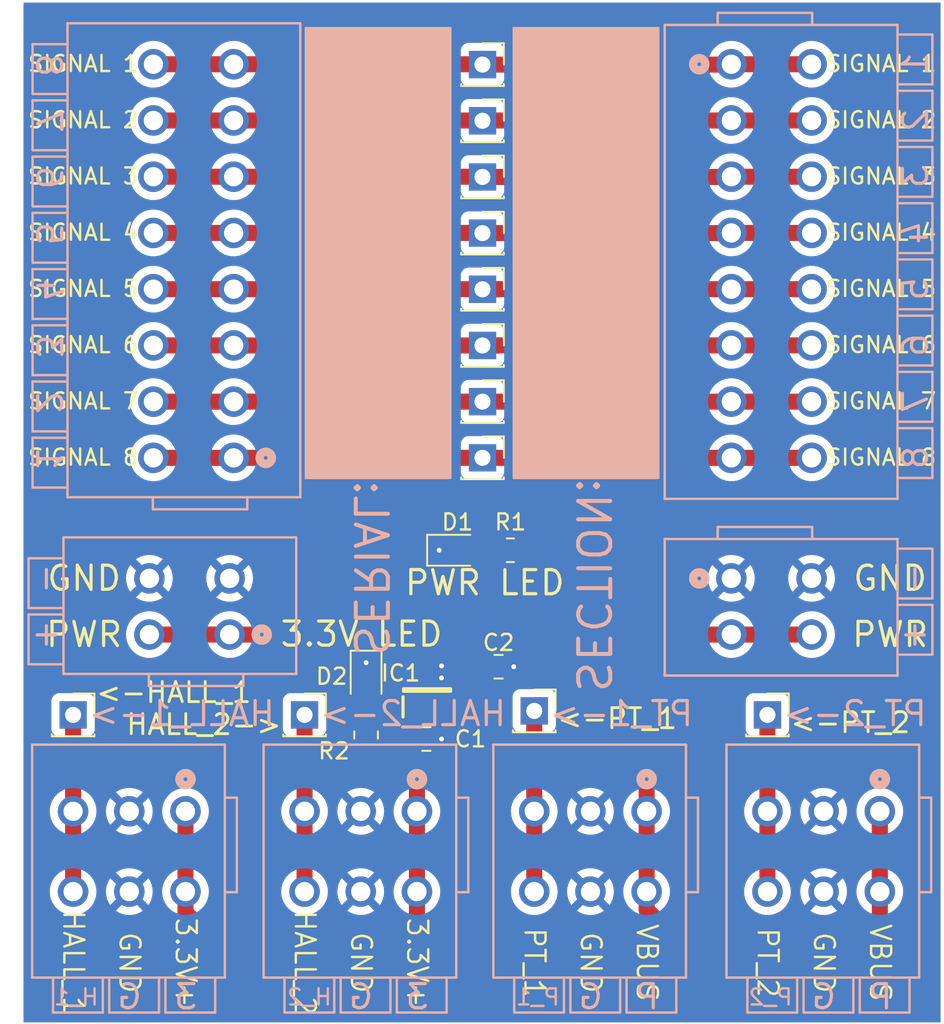
<source format=kicad_pcb>
(kicad_pcb (version 20240108) (generator "pcbnew") (generator_version "8.0")
  (layers (0 "F.Cu" signal) (31 "B.Cu" power) (34 "B.Paste" user) (35 "F.Paste" user) (36 "B.SilkS" user "B.Silkscreen") (37 "F.SilkS" user "F.Silkscreen") (38 "B.Mask" user) (39 "F.Mask" user) (44 "Edge.Cuts" user))
  (net 0 "")
  (net 1 "+3.3V")
  (net 2 "GND")
  (net 3 "VBUS")
  (net 4 "Net-(D1-A)")
  (net 5 "Net-(D2-A)")
  (net 6 "SIG_2")
  (net 7 "SIG_8")
  (net 8 "SIG_3")
  (net 9 "SIG_5")
  (net 10 "SIG_7")
  (net 11 "SIG_1")
  (net 12 "SIG_6")
  (net 13 "SIG_4")
  (net 14 "HALL_1_OUT")
  (net 15 "HALL_2_OUT")
  (net 16 "PT_1_OUT")
  (net 17 "PT_2_OUT")
  (footprint "Connector_PinSocket_2.54mm:PinSocket_1x01_P2.54mm_Vertical" (layer "F.Cu") (at 54 43.257142)
    (property "Reference" "J17" (hide yes))
    (property "Value" "SIG_5")
    (pad "1" thru_hole rect (at 0 0) (size 1.7 1.7) (drill 1) (layers "*.Cu" "*.Mask") (net 9 "SIG_5"))
  )
  (footprint "Connector_PinSocket_2.54mm:PinSocket_1x01_P2.54mm_Vertical" (layer "F.Cu") (at 54 53.746429)
    (property "Reference" "J20" (hide yes))
    (property "Value" "SIG_8")
    (pad "1" thru_hole rect (at 0 0) (size 1.7 1.7) (drill 1) (layers "*.Cu" "*.Mask") (net 7 "SIG_8"))
  )
  (footprint "Capacitor_SMD:C_0805_2012Metric" (layer "F.Cu") (at 50.5 71.25)
    (property "Reference" "C1" (at 2.75 0 0) (layer "F.SilkS"))
    (property "Value" "0.1uF")
    (pad "1" smd roundrect (at -0.95 0) (size 1 1.45) (layers "F.Cu" "F.Paste" "F.Mask") (net 1 "+3.3V"))
    (pad "2" smd roundrect (at 0.95 0) (size 1 1.45) (layers "F.Cu" "F.Paste" "F.Mask") (net 2 "GND"))
  )
  (footprint "Connector_PinSocket_2.54mm:PinSocket_1x01_P2.54mm_Vertical" (layer "F.Cu") (at 54 36.264284)
    (property "Reference" "J15" (hide yes))
    (property "Value" "SIG_3")
    (pad "1" thru_hole rect (at 0 0) (size 1.7 1.7) (drill 1) (layers "*.Cu" "*.Mask") (net 8 "SIG_3"))
  )
  (footprint "SDSU RP:RP_Logo" (layer "F.Cu") (at 60.6 37.4 90)
    (property "Reference" "G***" (hide yes))
    (property "Value" "LOGO" (hide yes))
  )
  (footprint "Connector_PinSocket_2.54mm:PinSocket_1x01_P2.54mm_Vertical" (layer "F.Cu") (at 54 39.760713)
    (property "Reference" "J16" (hide yes))
    (property "Value" "SIG_4")
    (pad "1" thru_hole rect (at 0 0) (size 1.7 1.7) (drill 1) (layers "*.Cu" "*.Mask") (net 13 "SIG_4"))
  )
  (footprint "Connector_PinSocket_2.54mm:PinSocket_1x01_P2.54mm_Vertical" (layer "F.Cu") (at 54 46.753571)
    (property "Reference" "J18" (hide yes))
    (property "Value" "SIG_6")
    (pad "1" thru_hole rect (at 0 0) (size 1.7 1.7) (drill 1) (layers "*.Cu" "*.Mask") (net 12 "SIG_6"))
  )
  (footprint "Connector_PinSocket_2.54mm:PinSocket_1x01_P2.54mm_Vertical" (layer "F.Cu") (at 54 32.767855)
    (property "Reference" "J14" (hide yes))
    (property "Value" "SIG_2")
    (pad "1" thru_hole rect (at 0 0) (size 1.7 1.7) (drill 1) (layers "*.Cu" "*.Mask") (net 6 "SIG_2"))
  )
  (footprint "Connector_PinSocket_2.54mm:PinSocket_1x01_P2.54mm_Vertical" (layer "F.Cu") (at 54 50.25)
    (property "Reference" "J19" (hide yes))
    (property "Value" "SIG_7")
    (pad "1" thru_hole rect (at 0 0) (size 1.7 1.7) (drill 1) (layers "*.Cu" "*.Mask") (net 10 "SIG_7"))
  )
  (footprint "Resistor_SMD:R_0805_2012Metric" (layer "F.Cu") (at 46.75 71 90)
    (property "Reference" "R2" (at -1 -2 180) (layer "F.SilkS"))
    (property "Value" "R")
    (pad "1" smd roundrect (at -0.9125 0 90) (size 1.025 1.4) (layers "F.Cu" "F.Paste" "F.Mask") (roundrect_rratio 0.243902) (net 1 "+3.3V"))
    (pad "2" smd roundrect (at 0.9125 0 90) (size 1.025 1.4) (layers "F.Cu" "F.Paste" "F.Mask") (roundrect_rratio 0.243902) (net 5 "Net-(D2-A)"))
  )
  (footprint "TLV76033DBZR:SOT95P237X112-3N" (layer "F.Cu") (at 50.55 68.2 90)
    (property "Reference" "IC1" (at 1.05 -1.65 180) (layer "F.SilkS"))
    (property "Value" "TLV76033DBZR" (hide yes))
    (pad "1" smd rect (at -1.05 -0.95 180) (size 0.6 1.25) (layers "F.Cu" "F.Paste" "F.Mask") (net 1 "+3.3V"))
    (pad "2" smd rect (at -1.05 0.95 180) (size 0.6 1.25) (layers "F.Cu" "F.Paste" "F.Mask") (net 3 "VBUS"))
    (pad "3" smd rect (at 1.05 0 180) (size 0.6 1.25) (layers "F.Cu" "F.Paste" "F.Mask") (net 2 "GND"))
  )
  (footprint "Resistor_SMD:R_0805_2012Metric" (layer "F.Cu") (at 55.7375 59.5 180)
    (property "Reference" "R1" (at 0 1.75 0) (layer "F.SilkS"))
    (property "Value" "R")
    (pad "1" smd roundrect (at -0.9125 0 180) (size 1.025 1.4) (layers "F.Cu" "F.Paste" "F.Mask") (roundrect_rratio 0.243902) (net 3 "VBUS"))
    (pad "2" smd roundrect (at 0.9125 0 180) (size 1.025 1.4) (layers "F.Cu" "F.Paste" "F.Mask") (roundrect_rratio 0.243902) (net 4 "Net-(D1-A)"))
  )
  (footprint "Connector_PinSocket_2.54mm:PinSocket_1x01_P2.54mm_Vertical" (layer "F.Cu") (at 42.916665 69.75)
    (property "Reference" "J10" (hide yes))
    (property "Value" "HALL_2_OUT")
    (pad "1" thru_hole rect (at 0 0) (size 1.7 1.7) (drill 1) (layers "*.Cu" "*.Mask") (net 15 "HALL_2_OUT"))
  )
  (footprint "Connector_PinSocket_2.54mm:PinSocket_1x01_P2.54mm_Vertical" (layer "F.Cu") (at 28.499999 69.75)
    (property "Reference" "J9" (hide yes))
    (property "Value" "HALL_1_OUT")
    (pad "1" thru_hole rect (at 0 0) (size 1.7 1.7) (drill 1) (layers "*.Cu" "*.Mask") (net 14 "HALL_1_OUT"))
  )
  (footprint "LED_SMD:LED_0805_2012Metric" (layer "F.Cu") (at 52.2375 59.5)
    (property "Reference" "D1" (at 0.2 -1.75 0) (layer "F.SilkS"))
    (property "Value" "RED")
    (pad "1" smd roundrect (at -0.9375 0) (size 0.975 1.4) (layers "F.Cu" "F.Paste" "F.Mask") (net 2 "GND"))
    (pad "2" smd roundrect (at 0.9375 0) (size 0.975 1.4) (layers "F.Cu" "F.Paste" "F.Mask") (net 4 "Net-(D1-A)"))
  )
  (footprint "Connector_PinSocket_2.54mm:PinSocket_1x01_P2.54mm_Vertical" (layer "F.Cu") (at 57.224999 69.5)
    (property "Reference" "J11" (hide yes))
    (property "Value" "PT_1_OUT")
    (pad "1" thru_hole rect (at 0 0) (size 1.7 1.7) (drill 1) (layers "*.Cu" "*.Mask") (net 16 "PT_1_OUT"))
  )
  (footprint "Capacitor_SMD:C_0805_2012Metric" (layer "F.Cu") (at 55 66.75)
    (property "Reference" "C2" (at 0 -1.5 180) (layer "F.SilkS"))
    (property "Value" "0.1uF")
    (pad "1" smd roundrect (at -0.95 0) (size 1 1.45) (layers "F.Cu" "F.Paste" "F.Mask") (net 3 "VBUS"))
    (pad "2" smd roundrect (at 0.95 0) (size 1 1.45) (layers "F.Cu" "F.Paste" "F.Mask") (net 2 "GND"))
  )
  (footprint "Connector_PinSocket_2.54mm:PinSocket_1x01_P2.54mm_Vertical" (layer "F.Cu") (at 71.749999 69.75)
    (property "Reference" "J12" (hide yes))
    (property "Value" "PT_2_OUT")
    (pad "1" thru_hole rect (at 0 0) (size 1.7 1.7) (drill 1) (layers "*.Cu" "*.Mask") (net 17 "PT_2_OUT"))
  )
  (footprint "Connector_PinSocket_2.54mm:PinSocket_1x01_P2.54mm_Vertical" (layer "F.Cu") (at 54 29.271426)
    (property "Reference" "J13" (hide yes))
    (property "Value" "SIG_1")
    (pad "1" thru_hole rect (at 0 0) (size 1.7 1.7) (drill 1) (layers "*.Cu" "*.Mask") (net 11 "SIG_1"))
  )
  (footprint "LED_SMD:LED_0805_2012Metric" (layer "F.Cu") (at 46.75 67.4375 -90)
    (property "Reference" "D2" (at -0.0875 2.15 180) (layer "F.SilkS"))
    (property "Value" "RED")
    (pad "1" smd roundrect (at -0.9375 0 270) (size 0.975 1.4) (layers "F.Cu" "F.Paste" "F.Mask") (net 2 "GND"))
    (pad "2" smd roundrect (at 0.9375 0 270) (size 0.975 1.4) (layers "F.Cu" "F.Paste" "F.Mask") (net 5 "Net-(D2-A)"))
  )
  (footprint "Wago_2601_1108:CONN8_2601-1108_WAG" (layer "B.Cu") (at 69.5 29.249998 -90)
    (property "Reference" "J4" (hide yes))
    (property "Value" "SIGNAL_IN")
    (pad "1" thru_hole circle (at 0 0 270) (size 1.9 1.9) (drill 1.2) (layers "*.Cu" "*.Mask") (net 11 "SIG_1"))
    (pad "2" thru_hole circle (at 0 -5 270) (size 1.9 1.9) (drill 1.2) (layers "*.Cu" "*.Mask") (net 11 "SIG_1"))
    (pad "3" thru_hole circle (at 3.500001 0 270) (size 1.9 1.9) (drill 1.2) (layers "*.Cu" "*.Mask") (net 6 "SIG_2"))
    (pad "4" thru_hole circle (at 3.500001 -5 270) (size 1.9 1.9) (drill 1.2) (layers "*.Cu" "*.Mask") (net 6 "SIG_2"))
    (pad "5" thru_hole circle (at 7.000002 0 270) (size 1.9 1.9) (drill 1.2) (layers "*.Cu" "*.Mask") (net 8 "SIG_3"))
    (pad "6" thru_hole circle (at 7.000002 -5 270) (size 1.9 1.9) (drill 1.2) (layers "*.Cu" "*.Mask") (net 8 "SIG_3"))
    (pad "7" thru_hole circle (at 10.500002 0 270) (size 1.9 1.9) (drill 1.2) (layers "*.Cu" "*.Mask") (net 13 "SIG_4"))
    (pad "8" thru_hole circle (at 10.500002 -5 270) (size 1.9 1.9) (drill 1.2) (layers "*.Cu" "*.Mask") (net 13 "SIG_4"))
    (pad "9" thru_hole circle (at 14.000003 0 270) (size 1.9 1.9) (drill 1.2) (layers "*.Cu" "*.Mask") (net 9 "SIG_5"))
    (pad "10" thru_hole circle (at 14.000003 -5 270) (size 1.9 1.9) (drill 1.2) (layers "*.Cu" "*.Mask") (net 9 "SIG_5"))
    (pad "11" thru_hole circle (at 17.500003 0 270) (size 1.9 1.9) (drill 1.2) (layers "*.Cu" "*.Mask") (net 12 "SIG_6"))
    (pad "12" thru_hole circle (at 17.500003 -5 270) (size 1.9 1.9) (drill 1.2) (layers "*.Cu" "*.Mask") (net 12 "SIG_6"))
    (pad "13" thru_hole circle (at 21.000004 0 270) (size 1.9 1.9) (drill 1.2) (layers "*.Cu" "*.Mask") (net 10 "SIG_7"))
    (pad "14" thru_hole circle (at 21.000004 -5 270) (size 1.9 1.9) (drill 1.2) (layers "*.Cu" "*.Mask") (net 10 "SIG_7"))
    (pad "15" thru_hole circle (at 24.500005 0 270) (size 1.9 1.9) (drill 1.2) (layers "*.Cu" "*.Mask") (net 7 "SIG_8"))
    (pad "16" thru_hole circle (at 24.500005 -5 270) (size 1.9 1.9) (drill 1.2) (layers "*.Cu" "*.Mask") (net 7 "SIG_8"))
  )
  (footprint "Wago_2601_1103:CONN3_2601-1103_WAG" (layer "B.Cu") (at 49.916666 75.75 180)
    (property "Reference" "J6" (hide yes))
    (property "Value" "HALL_2")
    (pad "1" thru_hole circle (at 0 0 180) (size 1.9 1.9) (drill 1.2) (layers "*.Cu" "*.Mask") (net 1 "+3.3V"))
    (pad "2" thru_hole circle (at 0 -5 180) (size 1.9 1.9) (drill 1.2) (layers "*.Cu" "*.Mask") (net 1 "+3.3V"))
    (pad "3" thru_hole circle (at 3.5 0 180) (size 1.9 1.9) (drill 1.2) (layers "*.Cu" "*.Mask") (net 2 "GND"))
    (pad "4" thru_hole circle (at 3.5 -5 180) (size 1.9 1.9) (drill 1.2) (layers "*.Cu" "*.Mask") (net 2 "GND"))
    (pad "5" thru_hole circle (at 7.000001 0 180) (size 1.9 1.9) (drill 1.2) (layers "*.Cu" "*.Mask") (net 15 "HALL_2_OUT"))
    (pad "6" thru_hole circle (at 7.000001 -5 180) (size 1.9 1.9) (drill 1.2) (layers "*.Cu" "*.Mask") (net 15 "HALL_2_OUT"))
  )
  (footprint "Wago_2601_1108:CONN8_2601-1108_WAG" (layer "B.Cu") (at 38.5 53.750005 90)
    (property "Reference" "J3" (hide yes))
    (property "Value" "SIGNAL_OUT")
    (pad "1" thru_hole circle (at 0 0 90) (size 1.9 1.9) (drill 1.2) (layers "*.Cu" "*.Mask") (net 7 "SIG_8"))
    (pad "2" thru_hole circle (at 0 -5 90) (size 1.9 1.9) (drill 1.2) (layers "*.Cu" "*.Mask") (net 7 "SIG_8"))
    (pad "3" thru_hole circle (at 3.500001 0 90) (size 1.9 1.9) (drill 1.2) (layers "*.Cu" "*.Mask") (net 10 "SIG_7"))
    (pad "4" thru_hole circle (at 3.500001 -5 90) (size 1.9 1.9) (drill 1.2) (layers "*.Cu" "*.Mask") (net 10 "SIG_7"))
    (pad "5" thru_hole circle (at 7.000002 0 90) (size 1.9 1.9) (drill 1.2) (layers "*.Cu" "*.Mask") (net 12 "SIG_6"))
    (pad "6" thru_hole circle (at 7.000002 -5 90) (size 1.9 1.9) (drill 1.2) (layers "*.Cu" "*.Mask") (net 12 "SIG_6"))
    (pad "7" thru_hole circle (at 10.500002 0 90) (size 1.9 1.9) (drill 1.2) (layers "*.Cu" "*.Mask") (net 9 "SIG_5"))
    (pad "8" thru_hole circle (at 10.500002 -5 90) (size 1.9 1.9) (drill 1.2) (layers "*.Cu" "*.Mask") (net 9 "SIG_5"))
    (pad "9" thru_hole circle (at 14.000003 0 90) (size 1.9 1.9) (drill 1.2) (layers "*.Cu" "*.Mask") (net 13 "SIG_4"))
    (pad "10" thru_hole circle (at 14.000003 -5 90) (size 1.9 1.9) (drill 1.2) (layers "*.Cu" "*.Mask") (net 13 "SIG_4"))
    (pad "11" thru_hole circle (at 17.500003 0 90) (size 1.9 1.9) (drill 1.2) (layers "*.Cu" "*.Mask") (net 8 "SIG_3"))
    (pad "12" thru_hole circle (at 17.500003 -5 90) (size 1.9 1.9) (drill 1.2) (layers "*.Cu" "*.Mask") (net 8 "SIG_3"))
    (pad "13" thru_hole circle (at 21.000004 0 90) (size 1.9 1.9) (drill 1.2) (layers "*.Cu" "*.Mask") (net 6 "SIG_2"))
    (pad "14" thru_hole circle (at 21.000004 -5 90) (size 1.9 1.9) (drill 1.2) (layers "*.Cu" "*.Mask") (net 6 "SIG_2"))
    (pad "15" thru_hole circle (at 24.500005 0 90) (size 1.9 1.9) (drill 1.2) (layers "*.Cu" "*.Mask") (net 11 "SIG_1"))
    (pad "16" thru_hole circle (at 24.500005 -5 90) (size 1.9 1.9) (drill 1.2) (layers "*.Cu" "*.Mask") (net 11 "SIG_1"))
  )
  (footprint "Wago_2601_1103:CONN3_2601-1103_WAG" (layer "B.Cu") (at 35.5 75.75 180)
    (property "Reference" "J5" (hide yes))
    (property "Value" "HALL_1")
    (pad "1" thru_hole circle (at 0 0 180) (size 1.9 1.9) (drill 1.2) (layers "*.Cu" "*.Mask") (net 1 "+3.3V"))
    (pad "2" thru_hole circle (at 0 -5 180) (size 1.9 1.9) (drill 1.2) (layers "*.Cu" "*.Mask") (net 1 "+3.3V"))
    (pad "3" thru_hole circle (at 3.5 0 180) (size 1.9 1.9) (drill 1.2) (layers "*.Cu" "*.Mask") (net 2 "GND"))
    (pad "4" thru_hole circle (at 3.5 -5 180) (size 1.9 1.9) (drill 1.2) (layers "*.Cu" "*.Mask") (net 2 "GND"))
    (pad "5" thru_hole circle (at 7.000001 0 180) (size 1.9 1.9) (drill 1.2) (layers "*.Cu" "*.Mask") (net 14 "HALL_1_OUT"))
    (pad "6" thru_hole circle (at 7.000001 -5 180) (size 1.9 1.9) (drill 1.2) (layers "*.Cu" "*.Mask") (net 14 "HALL_1_OUT"))
  )
  (footprint "Wago_2601_1102:CONN2_2601-1102_WAG" (layer "B.Cu") (at 69.5 61.249998 -90)
    (property "Reference" "J2" (hide yes))
    (property "Value" "PWR OUT")
    (pad "1" thru_hole circle (at 0 0 270) (size 1.9 1.9) (drill 1.2) (layers "*.Cu" "*.Mask") (net 2 "GND"))
    (pad "2" thru_hole circle (at 0 -5 270) (size 1.9 1.9) (drill 1.2) (layers "*.Cu" "*.Mask") (net 2 "GND"))
    (pad "3" thru_hole circle (at 3.5 0 270) (size 1.9 1.9) (drill 1.2) (layers "*.Cu" "*.Mask") (net 3 "VBUS"))
    (pad "4" thru_hole circle (at 3.5 -5 270) (size 1.9 1.9) (drill 1.2) (layers "*.Cu" "*.Mask") (net 3 "VBUS"))
  )
  (footprint "Wago_2601_1102:CONN2_2601-1102_WAG" (layer "B.Cu") (at 38.25 64.75 90)
    (property "Reference" "J1" (hide yes))
    (property "Value" "PWR IN")
    (pad "1" thru_hole circle (at 0 0 90) (size 1.9 1.9) (drill 1.2) (layers "*.Cu" "*.Mask") (net 3 "VBUS"))
    (pad "2" thru_hole circle (at 0 -5 90) (size 1.9 1.9) (drill 1.2) (layers "*.Cu" "*.Mask") (net 3 "VBUS"))
    (pad "3" thru_hole circle (at 3.5 0 90) (size 1.9 1.9) (drill 1.2) (layers "*.Cu" "*.Mask") (net 2 "GND"))
    (pad "4" thru_hole circle (at 3.5 -5 90) (size 1.9 1.9) (drill 1.2) (layers "*.Cu" "*.Mask") (net 2 "GND"))
  )
  (footprint "Wago_2601_1103:CONN3_2601-1103_WAG" (layer "B.Cu") (at 64.225 75.75 180)
    (property "Reference" "J7" (hide yes))
    (property "Value" "PT_1")
    (pad "1" thru_hole circle (at 0 0 180) (size 1.9 1.9) (drill 1.2) (layers "*.Cu" "*.Mask") (net 3 "VBUS"))
    (pad "2" thru_hole circle (at 0 -5 180) (size 1.9 1.9) (drill 1.2) (layers "*.Cu" "*.Mask") (net 3 "VBUS"))
    (pad "3" thru_hole circle (at 3.5 0 180) (size 1.9 1.9) (drill 1.2) (layers "*.Cu" "*.Mask") (net 2 "GND"))
    (pad "4" thru_hole circle (at 3.5 -5 180) (size 1.9 1.9) (drill 1.2) (layers "*.Cu" "*.Mask") (net 2 "GND"))
    (pad "5" thru_hole circle (at 7.000001 0 180) (size 1.9 1.9) (drill 1.2) (layers "*.Cu" "*.Mask") (net 16 "PT_1_OUT"))
    (pad "6" thru_hole circle (at 7.000001 -5 180) (size 1.9 1.9) (drill 1.2) (layers "*.Cu" "*.Mask") (net 16 "PT_1_OUT"))
  )
  (footprint "Wago_2601_1103:CONN3_2601-1103_WAG" (layer "B.Cu") (at 78.75 75.75 180)
    (property "Reference" "J8" (hide yes))
    (property "Value" "PT_2")
    (pad "1" thru_hole circle (at 0 0 180) (size 1.9 1.9) (drill 1.2) (layers "*.Cu" "*.Mask") (net 3 "VBUS"))
    (pad "2" thru_hole circle (at 0 -5 180) (size 1.9 1.9) (drill 1.2) (layers "*.Cu" "*.Mask") (net 3 "VBUS"))
    (pad "3" thru_hole circle (at 3.5 0 180) (size 1.9 1.9) (drill 1.2) (layers "*.Cu" "*.Mask") (net 2 "GND"))
    (pad "4" thru_hole circle (at 3.5 -5 180) (size 1.9 1.9) (drill 1.2) (layers "*.Cu" "*.Mask") (net 2 "GND"))
    (pad "5" thru_hole circle (at 7.000001 0 180) (size 1.9 1.9) (drill 1.2) (layers "*.Cu" "*.Mask") (net 17 "PT_2_OUT"))
    (pad "6" thru_hole circle (at 7.000001 -5 180) (size 1.9 1.9) (drill 1.2) (layers "*.Cu" "*.Mask") (net 17 "PT_2_OUT"))
  )
  (gr_rect (start 55.95 27) (end 64.95 55) (stroke (width 0.15)) (fill solid) (layer "B.SilkS"))
  (gr_rect (start 43 27) (end 52 55) (stroke (width 0.15)) (fill solid) (layer "B.SilkS"))
  (gr_line (start 25.4 25.4) (end 82.55 25.4) (stroke (width 0.05)) (layer "Edge.Cuts"))
  (gr_line (start 82.55 25.4) (end 82.55 88.9) (stroke (width 0.05)) (layer "Edge.Cuts"))
  (gr_line (start 25.4 88.9) (end 82.55 88.9) (stroke (width 0.05)) (layer "Edge.Cuts"))
  (gr_line (start 25.4 25.4) (end 25.4 88.9) (stroke (width 0.05)) (layer "Edge.Cuts"))
  (gr_text "G" (at 47.316666 88.16975 0) (layer "B.SilkS") (effects (font (size 1.5 1.5) (thickness 0.2)) (justify left bottom mirror)))
  (gr_text "G" (at 76.15 88.16975 0) (layer "B.SilkS") (effects (font (size 1.5 1.5) (thickness 0.2)) (justify left bottom mirror)))
  (gr_text "7" (at 81.85 49.385713 90) (layer "B.SilkS") (effects (font (size 1.5 1.5) (thickness 0.2)) (justify left bottom mirror)))
  (gr_text "SERIAL:" (at 45.85 66.25 -90) (layer "B.SilkS") (effects (font (size 2 2) (thickness 0.25)) (justify left bottom mirror)))
  (gr_text "P" (at 79.65 88.16975 0) (layer "B.SilkS") (effects (font (size 1.5 1.5) (thickness 0.2)) (justify left bottom mirror)))
  (gr_text "HALL_1->" (at 29.35 70.55 0) (layer "B.SilkS") (effects (font (size 1.5 1.5) (thickness 0.2)) (justify right bottom mirror)))
  (gr_text "+" (at 81.7 65.82857 90) (layer "B.SilkS") (effects (font (size 1.5 1.5) (thickness 0.2)) (justify left bottom)))
  (gr_text "P" (at 65.125 88.16975 0) (layer "B.SilkS") (effects (font (size 1.5 1.5) (thickness 0.2)) (justify left bottom mirror)))
  (gr_text "P_2" (at 73.4 87.9 0) (layer "B.SilkS") (effects (font (size 1 1)) (justify left bottom mirror)))
  (gr_text "6" (at 81.85 45.885713 90) (layer "B.SilkS") (effects (font (size 1.5 1.5) (thickness 0.2)) (justify left bottom mirror)))
  (gr_text "+" (at 27.6 65.828572 90) (layer "B.SilkS") (effects (font (size 1.5 1.5) (thickness 0.2)) (justify left bottom)))
  (gr_text "1" (at 81.85 28.385713 90) (layer "B.SilkS") (effects (font (size 1.5 1.5) (thickness 0.2)) (justify left bottom mirror)))
  (gr_text "3" (at 50.780952 88.16975 0) (layer "B.SilkS") (effects (font (size 1.5 1.5) (thickness 0.2)) (justify left bottom mirror)))
  (gr_text "HALL_2->" (at 43.75 70.55 0) (layer "B.SilkS") (effects (font (size 1.5 1.5) (thickness 0.2)) (justify right bottom mirror)))
  (gr_text "H_1" (at 30.175 87.9 0) (layer "B.SilkS") (effects (font (size 1 1)) (justify left bottom mirror)))
  (gr_text "2" (at 26.1 51.15 -90) (layer "B.SilkS") (effects (font (size 1.5 1.5) (thickness 0.2)) (justify left bottom mirror)))
  (gr_text "4" (at 81.85 38.885713 90) (layer "B.SilkS") (effects (font (size 1.5 1.5) (thickness 0.2)) (justify left bottom mirror)))
  (gr_text "H_2" (at 44.7 87.9 0) (layer "B.SilkS") (effects (font (size 1 1)) (justify left bottom mirror)))
  (gr_text "PT_2->" (at 72.6 70.55 0) (layer "B.SilkS") (effects (font (size 1.5 1.5) (thickness 0.2)) (justify right bottom mirror)))
  (gr_text "1" (at 26.1 54.650005 -90) (layer "B.SilkS") (effects (font (size 1.5 1.5) (thickness 0.2)) (justify left bottom mirror)))
  (gr_text "7" (at 26.1 33.65 -90) (layer "B.SilkS") (effects (font (size 1.5 1.5) (thickness 0.2)) (justify left bottom mirror)))
  (gr_text "5" (at 81.85 42.385713 90) (layer "B.SilkS") (effects (font (size 1.5 1.5) (thickness 0.2)) (justify left bottom mirror)))
  (gr_text "8" (at 81.85 52.885718 90) (layer "B.SilkS") (effects (font (size 1.5 1.5) (thickness 0.2)) (justify left bottom mirror)))
  (gr_text "P_1" (at 58.9 87.9 0) (layer "B.SilkS") (effects (font (size 1 1)) (justify left bottom mirror)))
  (gr_text "G" (at 61.625 88.16975 0) (layer "B.SilkS") (effects (font (size 1.5 1.5) (thickness 0.2)) (justify left bottom mirror)))
  (gr_text "PT_1->" (at 58.05 70.55 0) (layer "B.SilkS") (effects (font (size 1.5 1.5) (thickness 0.2)) (justify right bottom mirror)))
  (gr_text "4" (at 26.1 44.15 -90) (layer "B.SilkS") (effects (font (size 1.5 1.5) (thickness 0.2)) (justify left bottom mirror)))
  (gr_text "6" (at 26.1 37.15 -90) (layer "B.SilkS") (effects (font (size 1.5 1.5) (thickness 0.2)) (justify left bottom mirror)))
  (gr_text "G" (at 32.9 88.16975 0) (layer "B.SilkS") (effects (font (size 1.5 1.5) (thickness 0.2)) (justify left bottom mirror)))
  (gr_text "-" (at 27.6 62.328572 90) (layer "B.SilkS") (effects (font (size 1.5 1.5) (thickness 0.2)) (justify left bottom)))
  (gr_text "-" (at 81.7 62.3 90) (layer "B.SilkS") (effects (font (size 1.5 1.5) (thickness 0.2)) (justify left bottom)))
  (gr_text "2" (at 81.85 31.885713 90) (layer "B.SilkS") (effects (font (size 1.5 1.5) (thickness 0.2)) (justify left bottom mirror)))
  (gr_text "3" (at 26.1 47.65 -90) (layer "B.SilkS") (effects (font (size 1.5 1.5) (thickness 0.2)) (justify left bottom mirror)))
  (gr_text "3" (at 81.85 35.385713 90) (layer "B.SilkS") (effects (font (size 1.5 1.5) (thickness 0.2)) (justify left bottom mirror)))
  (gr_text "5" (at 26.1 40.65 -90) (layer "B.SilkS") (effects (font (size 1.5 1.5) (thickness 0.2)) (justify left bottom mirror)))
  (gr_text "8" (at 26.1 30.15 -90) (layer "B.SilkS") (effects (font (size 1.5 1.5) (thickness 0.2)) (justify left bottom mirror)))
  (gr_text "SECTION:" (at 59.7 68.5 270) (layer "B.SilkS") (effects (font (size 2 2) (thickness 0.25)) (justify left bottom mirror)))
  (gr_text "3" (at 36.364286 88.16975 0) (layer "B.SilkS") (effects (font (size 1.5 1.5) (thickness 0.2)) (justify left bottom mirror)))
  (gr_text "GND" (at 74.5445 83.169048 270) (layer "F.SilkS") (effects (font (size 1.25 1.25)) (justify left bottom)))
  (gr_text "HALL_2->" (at 41.586665 71.08 0) (layer "F.SilkS") (effects (font (size 1.25 1.25) (thickness 0.175)) (justify right bottom)))
  (gr_text "PWR LED" (at 49.05 62.4 0) (layer "F.SilkS") (effects (font (size 1.5 1.5) (thickness 0.2)) (justify left bottom)))
  (gr_text "SIGNAL 4" (at 75.3 40.3 0) (layer "F.SilkS") (effects (font (size 1 1)) (justify left bottom)))
  (gr_text "SIGNAL 8" (at 44.7 54.300005 0) (layer "F.SilkS") (effects (font (size 1 1)) (justify left bottom)))
  (gr_text "SIGNAL 3" (at 44.7 36.8 0) (layer "F.SilkS") (effects (font (size 1 1)) (justify left bottom)))
  (gr_text "PT_1" (at 56.519499 82.901191 270) (layer "F.SilkS") (effects (font (size 1.25 1.25)) (justify left bottom)))
  (gr_text "SIGNAL 6" (at 75.3 47.3 0) (layer "F.SilkS") (effects (font (size 1 1)) (justify left bottom)))
  (gr_text "SIGNAL 1" (at 44.7 29.8 0) (layer "F.SilkS") (effects (font (size 1 1)) (justify left bottom)))
  (gr_text "SIGNAL 7" (at 25.6 50.8 0) (layer "F.SilkS") (effects (font (size 1 1)) (justify left bottom)))
  (gr_text "PT_2" (at 71.044499 82.901191 270) (layer "F.SilkS") (effects (font (size 1.25 1.25)) (justify left bottom)))
  (gr_text "<-PT_1" (at 58.554999 70.71 0) (layer "F.SilkS") (effects (font (size 1.25 1.25) (thickness 0.175)) (justify left bottom)))
  (gr_text "SIGNAL 2" (at 44.7 33.3 0) (layer "F.SilkS") (effects (font (size 1 1)) (justify left bottom)))
  (gr_text "SIGNAL 6" (at 25.6 47.3 0) (layer "F.SilkS") (effects (font (size 1 1)) (justify left bottom)))
  (gr_text "SIGNAL 7" (at 75.3 50.8 0) (layer "F.SilkS") (effects (font (size 1 1)) (justify left bottom)))
  (gr_text "SIGNAL 6" (at 44.7 47.3 0) (layer "F.SilkS") (effects (font (size 1 1)) (justify left bottom)))
  (gr_text "HALL_1" (at 27.794499 81.8 270) (layer "F.SilkS") (effects (font (size 1.25 1.25)) (justify left bottom)))
  (gr_text "3.3V+" (at 49.211166 82.276191 270) (layer "F.SilkS") (effects (font (size 1.25 1.25)) (justify left bottom)))
  (gr_text "VBUS" (at 63.5195 82.663096 270) (layer "F.SilkS") (effects (font (size 1.25 1.25)) (justify left bottom)))
  (gr_text "<-PT_2" (at 73.079999 70.96 0) (layer "F.SilkS") (effects (font (size 1.25 1.25) (thickness 0.175)) (justify left bottom)))
  (gr_text "SIGNAL 8" (at 75.3 54.300005 0) (layer "F.SilkS") (effects (font (size 1 1)) (justify left bottom)))
  (gr_text "GND" (at 45.711166 83.169048 270) (layer "F.SilkS") (effects (font (size 1.25 1.25)) (justify left bottom)))
  (gr_text "GND" (at 26.771429 62.1215 0) (layer "F.SilkS") (effects (font (size 1.5 1.5) (thickness 0.2)) (justify left bottom)))
  (gr_text "SIGNAL 4" (at 44.7 40.3 0) (layer "F.SilkS") (effects (font (size 1 1)) (justify left bottom)))
  (gr_text "SIGNAL 2" (at 75.3 33.3 0) (layer "F.SilkS") (effects (font (size 1 1)) (justify left bottom)))
  (gr_text "SIGNAL 5" (at 44.7 43.8 0) (layer "F.SilkS") (effects (font (size 1 1)) (justify left bottom)))
  (gr_text "<-HALL_1" (at 29.829999 69.085 0) (layer "F.SilkS") (effects (font (size 1.25 1.25) (thickness 0.175)) (justify left bottom)))
  (gr_text "SIGNAL 1" (at 25.6 29.8 0) (layer "F.SilkS") (effects (font (size 1 1)) (justify left bottom)))
  (gr_text "SIGNAL 5" (at 25.6 43.8 0) (layer "F.SilkS") (effects (font (size 1 1)) (justify left bottom)))
  (gr_text "SIGNAL 3" (at 25.6 36.8 0) (layer "F.SilkS") (effects (font (size 1 1)) (justify left bottom)))
  (gr_text "VBUS" (at 78.0445 82.663096 270) (layer "F.SilkS") (effects (font (size 1.25 1.25)) (justify left bottom)))
  (gr_text "HALL_2" (at 42.211165 81.8 270) (layer "F.SilkS") (effects (font (size 1.25 1.25)) (justify left bottom)))
  (gr_text "3.3V LED" (at 41.3 65.6 0) (layer "F.SilkS") (effects (font (size 1.5 1.5) (thickness 0.2)) (justify left bottom)))
  (gr_text "SIGNAL 8" (at 25.6 54.300005 0) (layer "F.SilkS") (effects (font (size 1 1)) (justify left bottom)))
  (gr_text "SIGNAL 4" (at 25.6 40.3 0) (layer "F.SilkS") (effects (font (size 1 1)) (justify left bottom)))
  (gr_text "SIGNAL 3" (at 75.3 36.8 0) (layer "F.SilkS") (effects (font (size 1 1)) (justify left bottom)))
  (gr_text "GND" (at 76.97381 62.121498 0) (layer "F.SilkS") (effects (font (size 1.5 1.5) (thickness 0.2)) (justify left bottom)))
  (gr_text "SIGNAL 5" (at 75.3 43.8 0) (layer "F.SilkS") (effects (font (size 1 1)) (justify left bottom)))
  (gr_text "SIGNAL 2" (at 25.6 33.3 0) (layer "F.SilkS") (effects (font (size 1 1)) (justify left bottom)))
  (gr_text "SIGNAL 1" (at 75.3 29.8 0) (layer "F.SilkS") (effects (font (size 1 1)) (justify left bottom)))
  (gr_text "PWR" (at 26.7 65.6215 0) (layer "F.SilkS") (effects (font (size 1.5 1.5) (thickness 0.2)) (justify left bottom)))
  (gr_text "GND" (at 31.2945 83.169048 270) (layer "F.SilkS") (effects (font (size 1.25 1.25)) (justify left bottom)))
  (gr_text "PWR" (at 76.902381 65.621498 0) (layer "F.SilkS") (effects (font (size 1.5 1.5) (thickness 0.2)) (justify left bottom)))
  (gr_text "3.3V+" (at 34.7945 82.276191 270) (layer "F.SilkS") (effects (font (size 1.25 1.25)) (justify left bottom)))
  (gr_text "GND" (at 60.0195 83.169048 270) (layer "F.SilkS") (effects (font (size 1.25 1.25)) (justify left bottom)))
  (gr_text "SIGNAL 7" (at 44.7 50.8 0) (layer "F.SilkS") (effects (font (size 1 1)) (justify left bottom)))
  (segment (start 49.916666 75.75) (end 49.916666 80.75) (width 1) (layer "F.Cu") (net 1))
  (segment (start 35.5 75.75) (end 35.5 80.75) (width 1) (layer "F.Cu") (net 1))
  (segment (start 49.916666 82.583334) (end 48.45 84.05) (width 1) (layer "F.Cu") (net 1))
  (segment (start 49.6 71.4) (end 49.0875 71.9125) (width 1) (layer "F.Cu") (net 1))
  (segment (start 48.45 84.05) (end 37.5 84.05) (width 1) (layer "F.Cu") (net 1))
  (segment (start 49.916666 72.741666) (end 49.0875 71.9125) (width 1) (layer "F.Cu") (net 1))
  (segment (start 49.0875 71.9125) (end 46.75 71.9125) (width 1) (layer "F.Cu") (net 1))
  (segment (start 35.5 82.05) (end 35.5 80.75) (width 1) (layer "F.Cu") (net 1))
  (segment (start 49.6 69.25) (end 49.6 71.4) (width 1) (layer "F.Cu") (net 1))
  (segment (start 49.916666 80.75) (end 49.916666 82.583334) (width 1) (layer "F.Cu") (net 1))
  (segment (start 49.916666 75.75) (end 49.916666 72.741666) (width 1) (layer "F.Cu") (net 1))
  (segment (start 37.5 84.05) (end 35.5 82.05) (width 1) (layer "F.Cu") (net 1))
  (segment (start 46.75 75.416666) (end 46.416666 75.75) (width 1) (layer "F.Cu") (net 2))
  (via (at 51.45 67.45) (size 0.7) (drill 0.3) (layers "F.Cu" "B.Cu") (net 2))
  (via (at 51.45 66.7) (size 0.7) (drill 0.3) (layers "F.Cu" "B.Cu") (net 2))
  (via (at 55.95 66.75) (size 0.7) (drill 0.3) (layers "F.Cu" "B.Cu") (net 2))
  (via (at 51.45 71.25) (size 0.7) (drill 0.3) (layers "F.Cu" "B.Cu") (net 2))
  (via (at 46.75 66.5) (size 0.7) (drill 0.3) (layers "F.Cu" "B.Cu") (net 2))
  (via (at 51.3 59.5) (size 0.7) (drill 0.3) (layers "F.Cu" "B.Cu") (net 2))
  (segment (start 33.25 64.75) (end 38.25 64.75) (width 1) (layer "F.Cu") (net 3))
  (segment (start 38.750002 64.749998) (end 54 64.749998) (width 1) (layer "F.Cu") (net 3))
  (segment (start 38.75 64.75) (end 38.750002 64.749998) (width 1) (layer "F.Cu") (net 3))
  (segment (start 64.225 80.75) (end 64.225 75.75) (width 1) (layer "F.Cu") (net 3))
  (segment (start 58.25 60.25) (end 58.25 64.749998) (width 0.5) (layer "F.Cu") (net 3))
  (segment (start 78.75 75.75) (end 78.75 80.75) (width 1) (layer "F.Cu") (net 3))
  (segment (start 51.5 69.25) (end 53.25 69.25) (width 0.5) (layer "F.Cu") (net 3))
  (segment (start 54 68.5) (end 54 64.749998) (width 0.5) (layer "F.Cu") (net 3))
  (segment (start 78.75 75.75) (end 78.75 82.45) (width 1) (layer "F.Cu") (net 3))
  (segment (start 63.5 64.749998) (end 69.5 64.749998) (width 1) (layer "F.Cu") (net 3))
  (segment (start 64.225 81.875) (end 64.225 80.75) (width 1) (layer "F.Cu") (net 3))
  (segment (start 58.25 64.749998) (end 62.1 64.749998) (width 1) (layer "F.Cu") (net 3))
  (segment (start 62.1 64.749998) (end 63.5 64.749998) (width 1) (layer "F.Cu") (net 3))
  (segment (start 64.225 75.75) (end 64.225 66.874998) (width 1) (layer "F.Cu") (net 3))
  (segment (start 78.75 82.45) (end 77.3 83.9) (width 1) (layer "F.Cu") (net 3))
  (segment (start 66.25 83.9) (end 64.225 81.875) (width 1) (layer "F.Cu") (net 3))
  (segment (start 64.225 66.874998) (end 62.1 64.749998) (width 1) (layer "F.Cu") (net 3))
  (segment (start 53.25 69.25) (end 54 68.5) (width 0.5) (layer "F.Cu") (net 3))
  (segment (start 54 64.749998) (end 58.25 64.749998) (width 1) (layer "F.Cu") (net 3))
  (segment (start 77.3 83.9) (end 66.25 83.9) (width 1) (layer "F.Cu") (net 3))
  (segment (start 56.65 59.5) (end 57.5 59.5) (width 0.5) (layer "F.Cu") (net 3))
  (segment (start 38.25 64.75) (end 38.75 64.75) (width 1) (layer "F.Cu") (net 3))
  (segment (start 57.5 59.5) (end 58.25 60.25) (width 0.5) (layer "F.Cu") (net 3))
  (segment (start 69.5 64.749998) (end 74.5 64.749998) (width 1) (layer "F.Cu") (net 3))
  (segment (start 54.825 59.5) (end 53.175 59.5) (width 0.5) (layer "F.Cu") (net 4))
  (segment (start 46.75 68.375) (end 46.75 70.0875) (width 0.5) (layer "F.Cu") (net 5))
  (segment (start 54 32.767855) (end 53.482145 32.767855) (width 1) (layer "F.Cu") (net 6))
  (segment (start 53.464291 32.750001) (end 38.5 32.750001) (width 1) (layer "F.Cu") (net 6))
  (segment (start 54.017856 32.749999) (end 54 32.767855) (width 1) (layer "F.Cu") (net 6))
  (segment (start 38.5 32.750001) (end 33.5 32.750001) (width 1) (layer "F.Cu") (net 6))
  (segment (start 69.5 32.749999) (end 54.017856 32.749999) (width 1) (layer "F.Cu") (net 6))
  (segment (start 53.482145 32.767855) (end 53.464291 32.750001) (width 1) (layer "F.Cu") (net 6))
  (segment (start 74.5 32.749999) (end 69.5 32.749999) (width 1) (layer "F.Cu") (net 6))
  (segment (start 54.500003 53.750003) (end 69.5 53.750003) (width 1) (layer "F.Cu") (net 7))
  (segment (start 38.999995 53.750005) (end 39.003571 53.746429) (width 1) (layer "F.Cu") (net 7))
  (segment (start 54 53.746429) (end 54.496429 53.746429) (width 1) (layer "F.Cu") (net 7))
  (segment (start 38.5 53.750005) (end 38.999995 53.750005) (width 1) (layer "F.Cu") (net 7))
  (segment (start 39.003571 53.746429) (end 54 53.746429) (width 1) (layer "F.Cu") (net 7))
  (segment (start 74.499998 53.750005) (end 74.5 53.750003) (width 1) (layer "F.Cu") (net 7))
  (segment (start 33.5 53.750005) (end 38.5 53.750005) (width 1) (layer "F.Cu") (net 7))
  (segment (start 54.496429 53.746429) (end 54.500003 53.750003) (width 1) (layer "F.Cu") (net 7))
  (segment (start 69.5 53.750003) (end 74.5 53.750003) (width 1) (layer "F.Cu") (net 7))
  (segment (start 69.485716 36.264284) (end 69.5 36.25) (width 1) (layer "F.Cu") (net 8))
  (segment (start 53.985718 36.250002) (end 54 36.264284) (width 1) (layer "F.Cu") (net 8))
  (segment (start 54 36.264284) (end 69.485716 36.264284) (width 1) (layer "F.Cu") (net 8))
  (segment (start 38.5 36.250002) (end 53.985718 36.250002) (width 1) (layer "F.Cu") (net 8))
  (segment (start 69.5 36.25) (end 74.5 36.25) (width 1) (layer "F.Cu") (net 8))
  (segment (start 33.5 36.250002) (end 38.5 36.250002) (width 1) (layer "F.Cu") (net 8))
  (segment (start 54.999999 43.250001) (end 69.5 43.250001) (width 1) (layer "F.Cu") (net 9))
  (segment (start 38.5 43.250003) (end 53.992861 43.250003) (width 1) (layer "F.Cu") (net 9))
  (segment (start 54.992858 43.257142) (end 54.999999 43.250001) (width 1) (layer "F.Cu") (net 9))
  (segment (start 69.5 43.250001) (end 74.5 43.250001) (width 1) (layer "F.Cu") (net 9))
  (segment (start 54 43.257142) (end 54.992858 43.257142) (width 1) (layer "F.Cu") (net 9))
  (segment (start 74.499998 43.250003) (end 74.5 43.250001) (width 1) (layer "F.Cu") (net 9))
  (segment (start 33.5 43.250003) (end 38.5 43.250003) (width 1) (layer "F.Cu") (net 9))
  (segment (start 53.992861 43.250003) (end 54 43.257142) (width 1) (layer "F.Cu") (net 9))
  (segment (start 69.499998 50.25) (end 69.5 50.250002) (width 1) (layer "F.Cu") (net 10))
  (segment (start 33.500002 50.250002) (end 33.5 50.250004) (width 1) (layer "F.Cu") (net 10))
  (segment (start 39.5 50.25) (end 54 50.25) (width 1) (layer "F.Cu") (net 10))
  (segment (start 39.499996 50.250004) (end 39.5 50.25) (width 1) (layer "F.Cu") (net 10))
  (segment (start 33.5 50.250004) (end 38.5 50.250004) (width 1) (layer "F.Cu") (net 10))
  (segment (start 38.5 50.250004) (end 39.499996 50.250004) (width 1) (layer "F.Cu") (net 10))
  (segment (start 69.5 50.250002) (end 74.5 50.250002) (width 1) (layer "F.Cu") (net 10))
  (segment (start 54 50.25) (end 69.499998 50.25) (width 1) (layer "F.Cu") (net 10))
  (segment (start 33.5 29.25) (end 38.5 29.25) (width 1) (layer "F.Cu") (net 11))
  (segment (start 54 29.271426) (end 69.478572 29.271426) (width 1) (layer "F.Cu") (net 11))
  (segment (start 69.478572 29.271426) (end 69.5 29.249998) (width 1) (layer "F.Cu") (net 11))
  (segment (start 69.5 29.249998) (end 74.5 29.249998) (width 1) (layer "F.Cu") (net 11))
  (segment (start 38.5 29.25) (end 53.978574 29.25) (width 1) (layer "F.Cu") (net 11))
  (segment (start 53.978574 29.25) (end 54 29.271426) (width 1) (layer "F.Cu") (net 11))
  (segment (start 39.253565 46.753571) (end 54 46.753571) (width 1) (layer "F.Cu") (net 12))
  (segment (start 33.5 46.750003) (end 38.5 46.750003) (width 1) (layer "F.Cu") (net 12))
  (segment (start 69.5 46.750001) (end 74.5 46.750001) (width 1) (layer "F.Cu") (net 12))
  (segment (start 74.499998 46.750003) (end 74.5 46.750001) (width 1) (layer "F.Cu") (net 12))
  (segment (start 54.999999 46.750001) (end 69.5 46.750001) (width 1) (layer "F.Cu") (net 12))
  (segment (start 39.249997 46.750003) (end 39.253565 46.753571) (width 1) (layer "F.Cu") (net 12))
  (segment (start 54 46.753571) (end 54.996429 46.753571) (width 1) (layer "F.Cu") (net 12))
  (segment (start 38.5 46.750003) (end 39.249997 46.750003) (width 1) (layer "F.Cu") (net 12))
  (segment (start 54.996429 46.753571) (end 54.999999 46.750001) (width 1) (layer "F.Cu") (net 12))
  (segment (start 74.5 39.75) (end 69.5 39.75) (width 1) (layer "F.Cu") (net 13))
  (segment (start 53.478576 39.750002) (end 38.5 39.750002) (width 1) (layer "F.Cu") (net 13))
  (segment (start 69 39.75) (end 68.989287 39.760713) (width 1) (layer "F.Cu") (net 13))
  (segment (start 68.989287 39.760713) (end 54 39.760713) (width 1) (layer "F.Cu") (net 13))
  (segment (start 53.489287 39.760713) (end 53.478576 39.750002) (width 1) (layer "F.Cu") (net 13))
  (segment (start 38.5 39.750002) (end 33.5 39.750002) (width 1) (layer "F.Cu") (net 13))
  (segment (start 54 39.760713) (end 53.489287 39.760713) (width 1) (layer "F.Cu") (net 13))
  (segment (start 69.5 39.75) (end 69 39.75) (width 1) (layer "F.Cu") (net 13))
  (segment (start 28.499999 69.75) (end 28.499999 75.75) (width 1) (layer "F.Cu") (net 14))
  (segment (start 28.499999 80.75) (end 28.499999 75.75) (width 1) (layer "F.Cu") (net 14))
  (segment (start 42.916665 75.75) (end 42.916665 69.75) (width 1) (layer "F.Cu") (net 15))
  (segment (start 42.916665 80.75) (end 42.916665 75.75) (width 1) (layer "F.Cu") (net 15))
  (segment (start 57.224999 75.75) (end 57.224999 80.75) (width 1) (layer "F.Cu") (net 16))
  (segment (start 57.224999 69.5) (end 57.224999 75.75) (width 1) (layer "F.Cu") (net 16))
  (segment (start 71.749999 75.75) (end 71.749999 69.75) (width 1) (layer "F.Cu") (net 17))
  (segment (start 71.749999 80.75) (end 71.749999 75.75) (width 1) (layer "F.Cu") (net 17))
  (zone (net 2) (net_name "GND") (layer "F.Cu") (priority 1) (connect_pads yes (clearance 0.5)) (min_thickness 0.25) (fill yes (thermal_gap 0.5) (thermal_bridge_width 0.5))
    (polygon (pts (xy 50.05 66.3) (xy 50.05 67.95) (xy 51.85 67.95) (xy 51.85 66.3)))
  )
  (zone (net 2) (net_name "GND") (layer "B.Cu") (connect_pads (clearance 0.5)) (min_thickness 0.25) (fill yes (thermal_gap 0.5) (thermal_bridge_width 0.5))
    (polygon (pts (xy 25.25 25.25) (xy 82.75 25.25) (xy 82.75 89) (xy 25.25 89)))
  )
)
</source>
